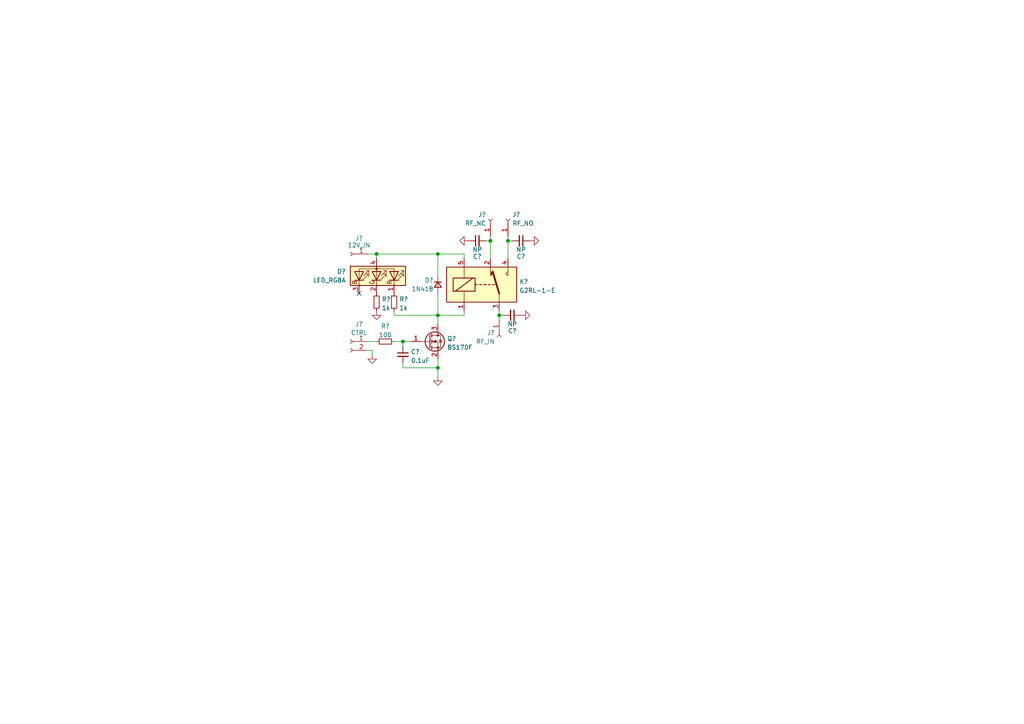
<source format=kicad_sch>
(kicad_sch (version 20211123) (generator eeschema)
  (paper "A4")
  (lib_symbols
    (symbol "Connector:Conn_01x01_Female" (pin_names (offset 1.016) hide)
      (property "Reference" "J" (at 0 2.54 0))
      (property "Value" "Conn_01x01_Female" (at 0 -2.54 0))
      (symbol "Conn_01x01_Female_1_1"
        (polyline (pts (xy -1.27 0) (xy -0.508 0)) (stroke (width 0.1524)))
        (arc (start 0 0.508) (mid -0.508 0) (end 0 -0.508) (stroke (width 0.1524)))
        (pin passive line (at -5.08 0 0) (length 3.81) (name "Pin_1") (number "1"))
      )
    )
    (symbol "Connector:Conn_01x02_Female" (pin_names (offset 1.016) hide)
      (property "Reference" "J" (at 0 2.54 0))
      (property "Value" "Conn_01x02_Female" (at 0 -5.08 0))
      (symbol "Conn_01x02_Female_1_1"
        (arc (start 0 -2.032) (mid -0.508 -2.54) (end 0 -3.048) (stroke (width 0.1524)))
        (polyline (pts (xy -1.27 -2.54) (xy -0.508 -2.54)) (stroke (width 0.1524)))
        (polyline (pts (xy -1.27 0) (xy -0.508 0)) (stroke (width 0.1524)))
        (arc (start 0 0.508) (mid -0.508 0) (end 0 -0.508) (stroke (width 0.1524)))
        (pin passive line (at -5.08 0 0) (length 3.81) (name "Pin_1") (number "1"))
        (pin passive line (at -5.08 -2.54 0) (length 3.81) (name "Pin_2") (number "2"))
      )
    )
    (symbol "Device:C_Small" (pin_numbers hide) (pin_names (offset 0.254) hide)
      (property "Reference" "C" (at 0.254 1.778 0))
      (property "Value" "C_Small" (at 0.254 -2.032 0))
      (symbol "C_Small_0_1"
        (polyline (pts (xy -1.524 -0.508) (xy 1.524 -0.508)) (stroke (width 0.3302)))
        (polyline (pts (xy -1.524 0.508) (xy 1.524 0.508)) (stroke (width 0.3048)))
      )
      (symbol "C_Small_1_1"
        (pin passive line (at 0 2.54 270) (length 2.032) (name "~") (number "1"))
        (pin passive line (at 0 -2.54 90) (length 2.032) (name "~") (number "2"))
      )
    )
    (symbol "Device:D_Small" (pin_numbers hide) (pin_names (offset 0.254) hide)
      (property "Reference" "D" (at -1.27 2.032 0))
      (property "Value" "D_Small" (at -3.81 -2.032 0))
      (symbol "D_Small_0_1"
        (polyline (pts (xy -0.762 -1.016) (xy -0.762 1.016)) (stroke (width 0.254)))
        (polyline (pts (xy -0.762 0) (xy 0.762 0)))
        (polyline (pts (xy 0.762 -1.016) (xy -0.762 0) (xy 0.762 1.016) (xy 0.762 -1.016)) (stroke (width 0.254)))
      )
      (symbol "D_Small_1_1"
        (pin passive line (at -2.54 0 0) (length 1.778) (name "K") (number "1"))
        (pin passive line (at 2.54 0 180) (length 1.778) (name "A") (number "2"))
      )
    )
    (symbol "Device:LED_RGBA" (pin_names (offset 0) hide)
      (property "Reference" "D" (at 0 9.398 0))
      (property "Value" "LED_RGBA" (at 0 -8.89 0))
      (symbol "LED_RGBA_0_0"
        (text "B" (at -1.905 -6.35 0) (effects (font (size 1.27 1.27))))
        (text "G" (at -1.905 -1.27 0) (effects (font (size 1.27 1.27))))
        (text "R" (at -1.905 3.81 0) (effects (font (size 1.27 1.27))))
      )
      (symbol "LED_RGBA_0_1"
        (polyline (pts (xy -1.27 -5.08) (xy -2.54 -5.08)))
        (polyline (pts (xy -1.27 -5.08) (xy 1.27 -5.08)))
        (polyline (pts (xy -1.27 -3.81) (xy -1.27 -6.35)) (stroke (width 0.254)))
        (polyline (pts (xy -1.27 0) (xy -2.54 0)))
        (polyline (pts (xy -1.27 1.27) (xy -1.27 -1.27)) (stroke (width 0.254)))
        (polyline (pts (xy -1.27 5.08) (xy -2.54 5.08)))
        (polyline (pts (xy -1.27 5.08) (xy 1.27 5.08)))
        (polyline (pts (xy -1.27 6.35) (xy -1.27 3.81)) (stroke (width 0.254)))
        (polyline (pts (xy 1.27 0) (xy -1.27 0)))
        (polyline (pts (xy 1.27 0) (xy 2.54 0)))
        (polyline (pts (xy -1.27 1.27) (xy -1.27 -1.27) (xy -1.27 -1.27)))
        (polyline (pts (xy -1.27 6.35) (xy -1.27 3.81) (xy -1.27 3.81)))
        (polyline (pts (xy 1.27 -5.08) (xy 2.032 -5.08) (xy 2.032 5.08) (xy 1.27 5.08)))
        (polyline (pts (xy 1.27 -3.81) (xy 1.27 -6.35) (xy -1.27 -5.08) (xy 1.27 -3.81)) (stroke (width 0.254)))
        (polyline (pts (xy 1.27 1.27) (xy 1.27 -1.27) (xy -1.27 0) (xy 1.27 1.27)) (stroke (width 0.254)))
        (polyline (pts (xy 1.27 6.35) (xy 1.27 3.81) (xy -1.27 5.08) (xy 1.27 6.35)) (stroke (width 0.254)))
        (polyline (pts (xy -1.016 -3.81) (xy 0.508 -2.286) (xy -0.254 -2.286) (xy 0.508 -2.286) (xy 0.508 -3.048)))
        (polyline (pts (xy -1.016 1.27) (xy 0.508 2.794) (xy -0.254 2.794) (xy 0.508 2.794) (xy 0.508 2.032)))
        (polyline (pts (xy -1.016 6.35) (xy 0.508 7.874) (xy -0.254 7.874) (xy 0.508 7.874) (xy 0.508 7.112)))
        (polyline (pts (xy 0 -3.81) (xy 1.524 -2.286) (xy 0.762 -2.286) (xy 1.524 -2.286) (xy 1.524 -3.048)))
        (polyline (pts (xy 0 1.27) (xy 1.524 2.794) (xy 0.762 2.794) (xy 1.524 2.794) (xy 1.524 2.032)))
        (polyline (pts (xy 0 6.35) (xy 1.524 7.874) (xy 0.762 7.874) (xy 1.524 7.874) (xy 1.524 7.112)))
        (rectangle (start 1.27 -1.27) (end 1.27 1.27))
        (rectangle (start 1.27 1.27) (end 1.27 1.27))
        (rectangle (start 1.27 3.81) (end 1.27 6.35))
        (rectangle (start 1.27 6.35) (end 1.27 6.35))
        (circle (center 2.032 0) (radius 0.254) (fill (type outline)))
        (rectangle (start 2.794 8.382) (end -2.794 -7.62) (stroke (width 0.254)) (fill (type background)))
      )
      (symbol "LED_RGBA_1_1"
        (pin passive line (at -5.08 5.08 0) (length 2.54) (name "RK") (number "1"))
        (pin passive line (at -5.08 0 0) (length 2.54) (name "GK") (number "2"))
        (pin passive line (at -5.08 -5.08 0) (length 2.54) (name "BK") (number "3"))
        (pin passive line (at 5.08 0 180) (length 2.54) (name "A") (number "4"))
      )
    )
    (symbol "Device:R_Small" (pin_numbers hide) (pin_names (offset 0.254) hide)
      (property "Reference" "R" (at 0.762 0.508 0))
      (property "Value" "R_Small" (at 0.762 -1.016 0))
      (symbol "R_Small_0_1"
        (rectangle (start -0.762 1.778) (end 0.762 -1.778) (stroke (width 0.2032)))
      )
      (symbol "R_Small_1_1"
        (pin passive line (at 0 2.54 270) (length 0.762) (name "~") (number "1"))
        (pin passive line (at 0 -2.54 90) (length 0.762) (name "~") (number "2"))
      )
    )
    (symbol "Transistor_FET:BS170F" (pin_names hide)
      (property "Reference" "Q" (at 5.08 1.905 0))
      (property "Value" "BS170F" (at 5.08 0 0))
      (symbol "BS170F_0_1"
        (polyline (pts (xy 0.254 0) (xy -2.54 0)))
        (polyline (pts (xy 0.254 1.905) (xy 0.254 -1.905)) (stroke (width 0.254)))
        (polyline (pts (xy 0.762 -1.27) (xy 0.762 -2.286)) (stroke (width 0.254)))
        (polyline (pts (xy 0.762 0.508) (xy 0.762 -0.508)) (stroke (width 0.254)))
        (polyline (pts (xy 0.762 2.286) (xy 0.762 1.27)) (stroke (width 0.254)))
        (polyline (pts (xy 2.54 2.54) (xy 2.54 1.778)))
        (polyline (pts (xy 2.54 -2.54) (xy 2.54 0) (xy 0.762 0)))
        (polyline (pts (xy 0.762 -1.778) (xy 3.302 -1.778) (xy 3.302 1.778) (xy 0.762 1.778)))
        (polyline (pts (xy 1.016 0) (xy 2.032 0.381) (xy 2.032 -0.381) (xy 1.016 0)) (fill (type outline)))
        (polyline (pts (xy 2.794 0.508) (xy 2.921 0.381) (xy 3.683 0.381) (xy 3.81 0.254)))
        (polyline (pts (xy 3.302 0.381) (xy 2.921 -0.254) (xy 3.683 -0.254) (xy 3.302 0.381)))
        (circle (center 1.651 0) (radius 2.794) (stroke (width 0.254)))
        (circle (center 2.54 -1.778) (radius 0.254) (fill (type outline)))
        (circle (center 2.54 1.778) (radius 0.254) (fill (type outline)))
      )
      (symbol "BS170F_1_1"
        (pin input line (at -5.08 0 0) (length 2.54) (name "G") (number "1"))
        (pin passive line (at 2.54 -5.08 90) (length 2.54) (name "S") (number "2"))
        (pin passive line (at 2.54 5.08 270) (length 2.54) (name "D") (number "3"))
      )
    )
    (symbol "omron:G2RL-1-E" (pin_names (offset 1.016))
      (property "Reference" "K" (at 11.43 3.81 0))
      (property "Value" "G2RL-1-E" (at 11.43 1.27 0))
      (symbol "G2RL-1-E_0_0"
        (polyline (pts (xy 2.54 3.81) (xy 2.54 5.08)))
        (polyline (pts (xy 7.62 3.81) (xy 7.62 5.08)))
        (polyline (pts (xy 7.62 3.81) (xy 7.62 2.54) (xy 6.985 3.175) (xy 7.62 3.81)))
      )
      (symbol "G2RL-1-E_0_1"
        (rectangle (start -10.16 5.08) (end 10.16 -5.08) (stroke (width 0.254)) (fill (type background)))
        (rectangle (start -8.255 1.905) (end -1.905 -1.905) (stroke (width 0.254)))
        (polyline (pts (xy -7.62 -1.905) (xy -2.54 1.905)) (stroke (width 0.254)))
        (polyline (pts (xy -5.08 -5.08) (xy -5.08 -1.905)))
        (polyline (pts (xy -5.08 5.08) (xy -5.08 1.905)))
        (polyline (pts (xy -1.905 0) (xy -1.27 0)) (stroke (width 0.254)))
        (polyline (pts (xy -0.635 0) (xy 0 0)) (stroke (width 0.254)))
        (polyline (pts (xy 0.635 0) (xy 1.27 0)) (stroke (width 0.254)))
        (polyline (pts (xy 0.635 0) (xy 1.27 0)) (stroke (width 0.254)))
        (polyline (pts (xy 1.905 0) (xy 2.54 0)) (stroke (width 0.254)))
        (polyline (pts (xy 3.175 0) (xy 3.81 0)) (stroke (width 0.254)))
        (polyline (pts (xy 5.08 -2.54) (xy 3.175 3.81)) (stroke (width 0.508)))
        (polyline (pts (xy 5.08 -2.54) (xy 5.08 -5.08)))
        (polyline (pts (xy 2.54 2.54) (xy 3.175 3.175) (xy 2.54 3.81)) (fill (type outline)))
      )
      (symbol "G2RL-1-E_1_1"
        (pin passive line (at -5.08 -7.62 90) (length 2.54) (name "~") (number "1"))
        (pin passive line (at 2.54 7.62 270) (length 2.54) (name "~") (number "2"))
        (pin passive line (at 5.08 -7.62 90) (length 2.54) (name "~") (number "3"))
        (pin passive line (at 7.62 7.62 270) (length 2.54) (name "~") (number "4"))
        (pin passive line (at -5.08 7.62 270) (length 2.54) (name "~") (number "5"))
      )
    )
    (symbol "power:GND" (power) (pin_names (offset 0))
      (property "Value" "GND" (at 0 -3.81 0))
      (symbol "GND_0_1"
        (polyline (pts (xy 0 0) (xy 0 -1.27) (xy 1.27 -1.27) (xy 0 -2.54) (xy -1.27 -1.27) (xy 0 -1.27)))
      )
      (symbol "GND_1_1"
        (pin power_in line (at 0 0 270) (length 0) hide (name "GND") (number "1"))
      )
    )
  )
  (junction (at 116.84 99.06))
  (junction (at 127 73.66))
  (junction (at 127 91.44))
  (junction (at 147.32 69.85))
  (junction (at 142.24 69.85))
  (junction (at 144.78 91.44))
  (junction (at 127 106.68))
  (junction (at 109.22 73.66))
  (no_connect (at 104.14 85.09))
  (wire (pts (xy 134.62 90.17) (xy 134.62 91.44)))
  (wire (pts (xy 109.22 73.66) (xy 109.22 74.93)))
  (wire (pts (xy 116.84 105.41) (xy 116.84 106.68)))
  (wire (pts (xy 134.62 91.44) (xy 127 91.44)))
  (wire (pts (xy 106.68 101.6) (xy 107.95 101.6)))
  (wire (pts (xy 144.78 91.44) (xy 146.05 91.44)))
  (wire (pts (xy 116.84 99.06) (xy 116.84 100.33)))
  (wire (pts (xy 127 73.66) (xy 127 80.01)))
  (wire (pts (xy 106.68 99.06) (xy 109.22 99.06)))
  (wire (pts (xy 114.3 90.17) (xy 114.3 91.44)))
  (wire (pts (xy 116.84 99.06) (xy 119.38 99.06)))
  (wire (pts (xy 134.62 74.93) (xy 134.62 73.66)))
  (wire (pts (xy 127 91.44) (xy 127 93.98)))
  (wire (pts (xy 127 104.14) (xy 127 106.68)))
  (wire (pts (xy 106.68 73.66) (xy 109.22 73.66)))
  (wire (pts (xy 147.32 69.85) (xy 147.32 74.93)))
  (wire (pts (xy 144.78 91.44) (xy 144.78 92.71)))
  (wire (pts (xy 147.32 68.58) (xy 147.32 69.85)))
  (wire (pts (xy 114.3 99.06) (xy 116.84 99.06)))
  (wire (pts (xy 144.78 90.17) (xy 144.78 91.44)))
  (wire (pts (xy 140.97 69.85) (xy 142.24 69.85)))
  (wire (pts (xy 109.22 73.66) (xy 127 73.66)))
  (wire (pts (xy 127 106.68) (xy 127 109.22)))
  (wire (pts (xy 116.84 106.68) (xy 127 106.68)))
  (wire (pts (xy 114.3 91.44) (xy 127 91.44)))
  (wire (pts (xy 127 91.44) (xy 127 85.09)))
  (wire (pts (xy 107.95 101.6) (xy 107.95 102.87)))
  (wire (pts (xy 142.24 69.85) (xy 142.24 74.93)))
  (wire (pts (xy 134.62 73.66) (xy 127 73.66)))
  (wire (pts (xy 142.24 68.58) (xy 142.24 69.85)))
  (wire (pts (xy 147.32 69.85) (xy 148.59 69.85)))
  (symbol (lib_id "Device:R_Small") (at 114.3 87.63 180) (unit 1)
    (property "Reference" "R?" (at 115.7986 86.7953 0) (effects (justify right)))
    (property "Value" "1k" (at 115.7986 89.3322 0) (effects (justify right)))
  )
  (symbol (lib_id "Device:C_Small") (at 151.13 69.85 270) (mirror x) (unit 1)
    (property "Reference" "C?" (at 151.13 73.66 90) (effects (justify bottom)))
    (property "Value" "NP" (at 151.13 72.39 90))
  )
  (symbol (lib_id "Device:R_Small") (at 109.22 87.63 180) (unit 1)
    (property "Reference" "R?" (at 110.7186 86.7953 0) (effects (justify right)))
    (property "Value" "1k" (at 110.7186 89.3322 0) (effects (justify right)))
  )
  (symbol (lib_id "power:GND") (at 135.89 69.85 270) (unit 1)
    (property "Reference" "#PWR?" (effects hide))
    (property "Value" "GND" (effects hide))
  )
  (symbol (lib_id "Device:D_Small") (at 127 82.55 90) (mirror x) (unit 1)
    (property "Reference" "D?" (at 125.73 81.28 90) (effects (justify left)))
    (property "Value" "1N418" (at 125.73 83.82 90) (effects (justify left)))
  )
  (symbol (lib_id "power:GND") (at 153.67 69.85 90) (unit 1)
    (property "Reference" "#PWR?" (effects hide))
    (property "Value" "GND" (effects hide))
  )
  (symbol (lib_id "power:GND") (at 127 109.22 0) (unit 1)
    (property "Reference" "#PWR0102" (effects hide))
    (property "Value" "GND" (effects hide))
  )
  (symbol (lib_id "omron:G2RL-1-E") (at 139.7 82.55 0) (unit 1)
    (property "Reference" "K?" (at 150.622 81.7153 0) (effects (justify left)))
    (property "Value" "G2RL-1-E" (at 150.622 84.2522 0) (effects (justify left)))
    (property "Footprint" "omron:G2RL-1E" (effects hide))
    (property "Datasheet" "http://www.omron.com/ecb/products/pdf/en-g5le.pdf" (effects hide))
  )
  (symbol (lib_id "Connector:Conn_01x01_Female") (at 101.6 73.66 180) (unit 1)
    (property "Reference" "J?" (at 104.14 69.85 0) (effects (justify top)))
    (property "Value" "12V_IN" (at 104.14 71.12 0))
  )
  (symbol (lib_id "power:GND") (at 151.13 91.44 90) (unit 1)
    (property "Reference" "#PWR?" (effects hide))
    (property "Value" "GND" (effects hide))
  )
  (symbol (lib_id "Connector:Conn_01x01_Female") (at 147.32 63.5 90) (unit 1)
    (property "Reference" "J?" (at 148.59 62.23 90) (effects (justify right)))
    (property "Value" "RF_NO" (at 148.59 64.77 90) (effects (justify right)))
  )
  (symbol (lib_id "power:GND") (at 109.22 90.17 0) (unit 1)
    (property "Reference" "#PWR0101" (effects hide))
    (property "Value" "GND" (effects hide))
  )
  (symbol (lib_id "Device:C_Small") (at 138.43 69.85 90) (unit 1)
    (property "Reference" "C?" (at 138.43 73.66 90) (effects (justify bottom)))
    (property "Value" "NP" (at 138.43 72.39 90))
  )
  (symbol (lib_id "Connector:Conn_01x01_Female") (at 144.78 97.79 90) (mirror x) (unit 1)
    (property "Reference" "J?" (at 143.51 96.52 90) (effects (justify left)))
    (property "Value" "RF_IN" (at 143.51 99.06 90) (effects (justify left)))
  )
  (symbol (lib_id "Device:LED_RGBA") (at 109.22 80.01 270) (mirror x) (unit 1)
    (property "Reference" "D?" (at 100.33 78.74 90) (effects (justify right)))
    (property "Value" "LED_RGBA" (at 100.33 81.28 90) (effects (justify right)))
  )
  (symbol (lib_id "Connector:Conn_01x02_Female") (at 101.6 99.06 0) (mirror y) (unit 1)
    (property "Reference" "J?" (at 104.14 93.98 0))
    (property "Value" "CTRL" (at 104.14 96.52 0))
  )
  (symbol (lib_id "Device:C_Small") (at 148.59 91.44 270) (mirror x) (unit 1)
    (property "Reference" "C?" (at 148.59 95.25 90) (effects (justify bottom)))
    (property "Value" "NP" (at 148.59 93.98 90))
  )
  (symbol (lib_id "Device:R_Small") (at 111.76 99.06 90) (unit 1)
    (property "Reference" "R?" (at 111.76 94.6236 90))
    (property "Value" "100" (at 111.76 97.1605 90))
  )
  (symbol (lib_id "power:GND") (at 107.95 102.87 0) (unit 1)
    (property "Reference" "#PWR0103" (effects hide))
    (property "Value" "GND" (effects hide))
  )
  (symbol (lib_id "Connector:Conn_01x01_Female") (at 142.24 63.5 270) (mirror x) (unit 1)
    (property "Reference" "J?" (at 140.97 62.23 90) (effects (justify right)))
    (property "Value" "RF_NC" (at 140.97 64.77 90) (effects (justify right)))
  )
  (symbol (lib_id "Transistor_FET:BS170F") (at 124.46 99.06 0) (unit 1)
    (property "Reference" "Q?" (at 129.667 98.2253 0) (effects (justify left)))
    (property "Value" "BS170F" (at 129.667 100.7622 0) (effects (justify left)))
    (property "Footprint" "Package_TO_SOT_SMD:SOT-23" (effects hide))
    (property "Datasheet" "http://www.diodes.com/assets/Datasheets/BS170F.pdf" (effects hide))
  )
  (symbol (lib_id "Device:C_Small") (at 116.84 102.87 0) (unit 1)
    (property "Reference" "C?" (at 119.1641 102.0416 0) (effects (justify left)))
    (property "Value" "0.1uF" (at 119.1641 104.5785 0) (effects (justify left)))
  )
)
</source>
